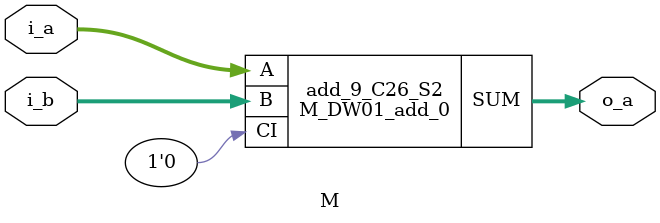
<source format=v>


module M_DW01_add_0 ( A, B, CI, SUM, CO );
  input [31:0] A;
  input [31:0] B;
  output [31:0] SUM;
  input CI;
  output CO;

  wire   [31:1] carry;

  EO3P U1_31 ( .A(A[31]), .B(B[31]), .C(carry[31]), .Z(SUM[31]) );
  FA1A U1_30 ( .A(A[30]), .B(B[30]), .CI(carry[30]), .CO(carry[31]), .S(
        SUM[30]) );
  FA1A U1_29 ( .A(A[29]), .B(B[29]), .CI(carry[29]), .CO(carry[30]), .S(
        SUM[29]) );
  FA1A U1_28 ( .A(A[28]), .B(B[28]), .CI(carry[28]), .CO(carry[29]), .S(
        SUM[28]) );
  FA1A U1_27 ( .A(A[27]), .B(B[27]), .CI(carry[27]), .CO(carry[28]), .S(
        SUM[27]) );
  FA1A U1_26 ( .A(A[26]), .B(B[26]), .CI(carry[26]), .CO(carry[27]), .S(
        SUM[26]) );
  FA1A U1_25 ( .A(A[25]), .B(B[25]), .CI(carry[25]), .CO(carry[26]), .S(
        SUM[25]) );
  FA1A U1_24 ( .A(A[24]), .B(B[24]), .CI(carry[24]), .CO(carry[25]), .S(
        SUM[24]) );
  FA1A U1_23 ( .A(A[23]), .B(B[23]), .CI(carry[23]), .CO(carry[24]), .S(
        SUM[23]) );
  FA1A U1_22 ( .A(A[22]), .B(B[22]), .CI(carry[22]), .CO(carry[23]), .S(
        SUM[22]) );
  FA1A U1_21 ( .A(A[21]), .B(B[21]), .CI(carry[21]), .CO(carry[22]), .S(
        SUM[21]) );
  FA1A U1_20 ( .A(A[20]), .B(B[20]), .CI(carry[20]), .CO(carry[21]), .S(
        SUM[20]) );
  FA1A U1_19 ( .A(A[19]), .B(B[19]), .CI(carry[19]), .CO(carry[20]), .S(
        SUM[19]) );
  FA1A U1_18 ( .A(A[18]), .B(B[18]), .CI(carry[18]), .CO(carry[19]), .S(
        SUM[18]) );
  FA1A U1_17 ( .A(A[17]), .B(B[17]), .CI(carry[17]), .CO(carry[18]), .S(
        SUM[17]) );
  FA1A U1_16 ( .A(A[16]), .B(B[16]), .CI(carry[16]), .CO(carry[17]), .S(
        SUM[16]) );
  FA1A U1_15 ( .A(A[15]), .B(B[15]), .CI(carry[15]), .CO(carry[16]), .S(
        SUM[15]) );
  FA1A U1_14 ( .A(A[14]), .B(B[14]), .CI(carry[14]), .CO(carry[15]), .S(
        SUM[14]) );
  FA1A U1_13 ( .A(A[13]), .B(B[13]), .CI(carry[13]), .CO(carry[14]), .S(
        SUM[13]) );
  FA1A U1_12 ( .A(A[12]), .B(B[12]), .CI(carry[12]), .CO(carry[13]), .S(
        SUM[12]) );
  FA1A U1_11 ( .A(A[11]), .B(B[11]), .CI(carry[11]), .CO(carry[12]), .S(
        SUM[11]) );
  FA1A U1_10 ( .A(A[10]), .B(B[10]), .CI(carry[10]), .CO(carry[11]), .S(
        SUM[10]) );
  FA1A U1_9 ( .A(A[9]), .B(B[9]), .CI(carry[9]), .CO(carry[10]), .S(SUM[9]) );
  FA1A U1_8 ( .A(A[8]), .B(B[8]), .CI(carry[8]), .CO(carry[9]), .S(SUM[8]) );
  FA1A U1_7 ( .A(A[7]), .B(B[7]), .CI(carry[7]), .CO(carry[8]), .S(SUM[7]) );
  FA1A U1_6 ( .A(A[6]), .B(B[6]), .CI(carry[6]), .CO(carry[7]), .S(SUM[6]) );
  FA1A U1_5 ( .A(A[5]), .B(B[5]), .CI(carry[5]), .CO(carry[6]), .S(SUM[5]) );
  FA1A U1_4 ( .A(A[4]), .B(B[4]), .CI(carry[4]), .CO(carry[5]), .S(SUM[4]) );
  FA1A U1_3 ( .A(A[3]), .B(B[3]), .CI(carry[3]), .CO(carry[4]), .S(SUM[3]) );
  FA1A U1_2 ( .A(A[2]), .B(B[2]), .CI(carry[2]), .CO(carry[3]), .S(SUM[2]) );
  FA1A U1_1 ( .A(A[1]), .B(B[1]), .CI(carry[1]), .CO(carry[2]), .S(SUM[1]) );
  EO U1 ( .A(A[0]), .B(B[0]), .Z(SUM[0]) );
  AN2P U2 ( .A(A[0]), .B(B[0]), .Z(carry[1]) );
endmodule


module M ( i_a, i_b, o_a );
  input [31:0] i_a;
  input [31:0] i_b;
  output [31:0] o_a;


  M_DW01_add_0 add_9_C26_S2 ( .A(i_a), .B(i_b), .CI(1'b0), .SUM(o_a) );
endmodule


</source>
